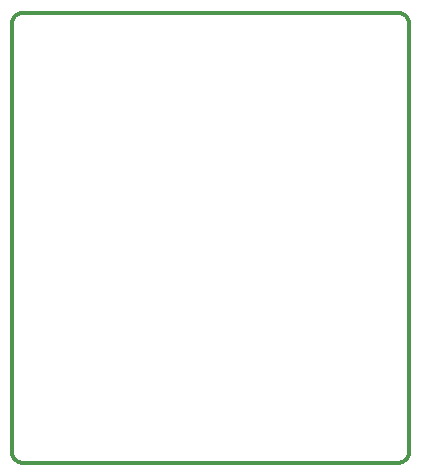
<source format=gtp>
G75*
%MOIN*%
%OFA0B0*%
%FSLAX24Y24*%
%IPPOS*%
%LPD*%
%AMOC8*
5,1,8,0,0,1.08239X$1,22.5*
%
%ADD10C,0.0120*%
D10*
X000160Y000535D02*
X000160Y014785D01*
X000162Y014822D01*
X000167Y014858D01*
X000176Y014894D01*
X000189Y014929D01*
X000204Y014962D01*
X000223Y014993D01*
X000245Y015023D01*
X000270Y015050D01*
X000297Y015075D01*
X000327Y015097D01*
X000358Y015116D01*
X000391Y015131D01*
X000426Y015144D01*
X000462Y015153D01*
X000498Y015158D01*
X000535Y015160D01*
X013035Y015160D01*
X013072Y015158D01*
X013108Y015153D01*
X013144Y015144D01*
X013179Y015131D01*
X013212Y015116D01*
X013243Y015097D01*
X013273Y015075D01*
X013300Y015050D01*
X013325Y015023D01*
X013347Y014993D01*
X013366Y014962D01*
X013381Y014929D01*
X013394Y014894D01*
X013403Y014858D01*
X013408Y014822D01*
X013410Y014785D01*
X013410Y000535D01*
X013408Y000498D01*
X013403Y000462D01*
X013394Y000426D01*
X013381Y000391D01*
X013366Y000358D01*
X013347Y000327D01*
X013325Y000297D01*
X013300Y000270D01*
X013273Y000245D01*
X013243Y000223D01*
X013212Y000204D01*
X013179Y000189D01*
X013144Y000176D01*
X013108Y000167D01*
X013072Y000162D01*
X013035Y000160D01*
X000535Y000160D01*
X000498Y000162D01*
X000462Y000167D01*
X000426Y000176D01*
X000391Y000189D01*
X000358Y000204D01*
X000327Y000223D01*
X000297Y000245D01*
X000270Y000270D01*
X000245Y000297D01*
X000223Y000327D01*
X000204Y000358D01*
X000189Y000391D01*
X000176Y000426D01*
X000167Y000462D01*
X000162Y000498D01*
X000160Y000535D01*
M02*

</source>
